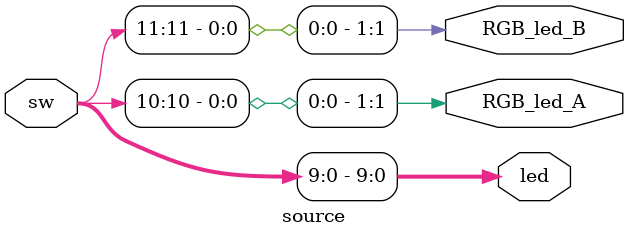
<source format=v>
`timescale 1ns / 1ps


module source(
    output [9:0] led,
    output [2:0] RGB_led_A,
    output [2:0] RGB_led_B,
    input [11:0] sw
);
    
    assign led = sw[9:0];
    assign RGB_led_A[1] = sw[10];
    assign RGB_led_B[1] = sw[11];
    
endmodule

</source>
